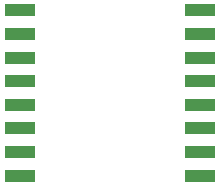
<source format=gbr>
%TF.GenerationSoftware,KiCad,Pcbnew,(6.0.8)*%
%TF.CreationDate,2023-03-27T21:19:56+01:00*%
%TF.ProjectId,m-link-plus,6d2d6c69-6e6b-42d7-906c-75732e6b6963,rev?*%
%TF.SameCoordinates,Original*%
%TF.FileFunction,Paste,Bot*%
%TF.FilePolarity,Positive*%
%FSLAX46Y46*%
G04 Gerber Fmt 4.6, Leading zero omitted, Abs format (unit mm)*
G04 Created by KiCad (PCBNEW (6.0.8)) date 2023-03-27 21:19:56*
%MOMM*%
%LPD*%
G01*
G04 APERTURE LIST*
%ADD10R,2.500000X1.000000*%
G04 APERTURE END LIST*
D10*
%TO.C,U4*%
X100100000Y-71250000D03*
X100100000Y-73250000D03*
X100100000Y-75250000D03*
X100100000Y-77250000D03*
X100100000Y-79250000D03*
X100100000Y-81250000D03*
X100100000Y-83250000D03*
X100100000Y-85250000D03*
X84900000Y-85250000D03*
X84900000Y-83250000D03*
X84900000Y-81250000D03*
X84900000Y-79250000D03*
X84900000Y-77250000D03*
X84900000Y-75250000D03*
X84900000Y-73250000D03*
X84900000Y-71250000D03*
%TD*%
M02*

</source>
